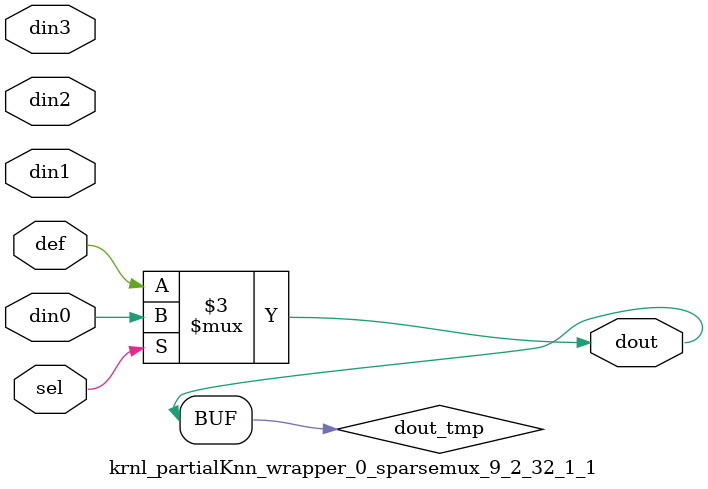
<source format=v>
`timescale 1ns / 1ps

module krnl_partialKnn_wrapper_0_sparsemux_9_2_32_1_1 (din0,din1,din2,din3,def,sel,dout);

parameter din0_WIDTH = 1;

parameter din1_WIDTH = 1;

parameter din2_WIDTH = 1;

parameter din3_WIDTH = 1;

parameter def_WIDTH = 1;
parameter sel_WIDTH = 1;
parameter dout_WIDTH = 1;

parameter [sel_WIDTH-1:0] CASE0 = 1;

parameter [sel_WIDTH-1:0] CASE1 = 1;

parameter [sel_WIDTH-1:0] CASE2 = 1;

parameter [sel_WIDTH-1:0] CASE3 = 1;

parameter ID = 1;
parameter NUM_STAGE = 1;



input [din0_WIDTH-1:0] din0;

input [din1_WIDTH-1:0] din1;

input [din2_WIDTH-1:0] din2;

input [din3_WIDTH-1:0] din3;

input [def_WIDTH-1:0] def;
input [sel_WIDTH-1:0] sel;

output [dout_WIDTH-1:0] dout;



reg [dout_WIDTH-1:0] dout_tmp;

always @ (*) begin
case (sel)
    
    CASE0 : dout_tmp = din0;
    
    CASE1 : dout_tmp = din1;
    
    CASE2 : dout_tmp = din2;
    
    CASE3 : dout_tmp = din3;
    
    default : dout_tmp = def;
endcase
end


assign dout = dout_tmp;



endmodule

</source>
